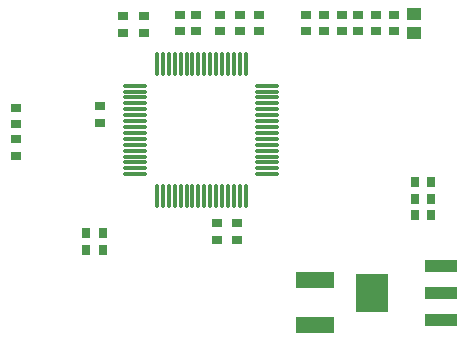
<source format=gtp>
%FSLAX24Y24*%
%MOMM*%
%SFA1B1*%

%IPPOS*%
%ADD17O,0.299974X2.100072*%
%ADD18O,2.100072X0.299974*%
%ADD19R,0.899922X0.800100*%
%ADD20R,0.800100X0.899922*%
%ADD21R,1.299972X0.999998*%
%ADD22R,2.700020X0.999998*%
%ADD23R,2.700020X3.299968*%
%ADD24R,3.299968X1.400048*%
%LNpcb_cloud_controller-1*%
%LPD*%
G54D17*
X1070193Y958715D03*
X1075194D03*
X1080193D03*
X1085194D03*
X1090193D03*
X1095194D03*
X1100193D03*
X1105194D03*
X1110193D03*
X1115194D03*
X1120193D03*
X1125194D03*
X1130193D03*
X1135194D03*
X1140193D03*
X1145194D03*
Y846716D03*
X1140193D03*
X1135194D03*
X1130193D03*
X1125194D03*
X1120193D03*
X1115194D03*
X1110193D03*
X1105194D03*
X1100193D03*
X1095194D03*
X1090193D03*
X1085194D03*
X1080193D03*
X1075194D03*
X1070193D03*
G54D18*
X1163693Y940216D03*
Y935215D03*
Y930216D03*
Y925215D03*
Y920216D03*
Y915215D03*
Y910216D03*
Y905215D03*
Y900216D03*
Y895215D03*
Y890216D03*
Y885215D03*
Y880216D03*
Y875215D03*
Y870216D03*
Y865215D03*
X1051694D03*
Y870216D03*
Y875215D03*
Y880216D03*
Y885215D03*
Y890216D03*
Y895215D03*
Y900216D03*
Y905215D03*
Y910216D03*
Y915215D03*
Y920216D03*
Y925215D03*
Y930216D03*
Y935215D03*
Y940216D03*
G54D19*
X1121410Y809609D03*
Y823610D03*
X1089660Y986139D03*
Y1000140D03*
X951230Y921400D03*
Y907399D03*
X1022350Y908669D03*
Y922670D03*
X951230Y894730D03*
Y880729D03*
X1059180Y984869D03*
Y998870D03*
X1041400Y984869D03*
Y998870D03*
X1271270Y1000140D03*
Y986139D03*
X1256030Y1000140D03*
Y986139D03*
X1240790Y1000140D03*
Y986139D03*
X1226820Y1000140D03*
Y986139D03*
X1211580Y1000140D03*
Y986139D03*
X1196340Y1000140D03*
Y986139D03*
X1137920Y809609D03*
Y823610D03*
X1140460Y1000140D03*
Y986139D03*
X1156970Y1000140D03*
Y986139D03*
X1103630Y1000140D03*
Y986139D03*
X1123950Y1000140D03*
Y986139D03*
G54D20*
X1024270Y801370D03*
X1010269D03*
X1288399Y830580D03*
X1302400D03*
X1288399Y844550D03*
X1302400D03*
X1288369Y858469D03*
X1302369D03*
X1024270Y815340D03*
X1010269D03*
G54D21*
X1287780Y985139D03*
Y1001141D03*
G54D22*
X1310929Y741540D03*
Y764540D03*
Y787539D03*
G54D23*
X1251930Y764540D03*
G54D24*
X1203960Y775919D03*
Y737920D03*
M02*
</source>
